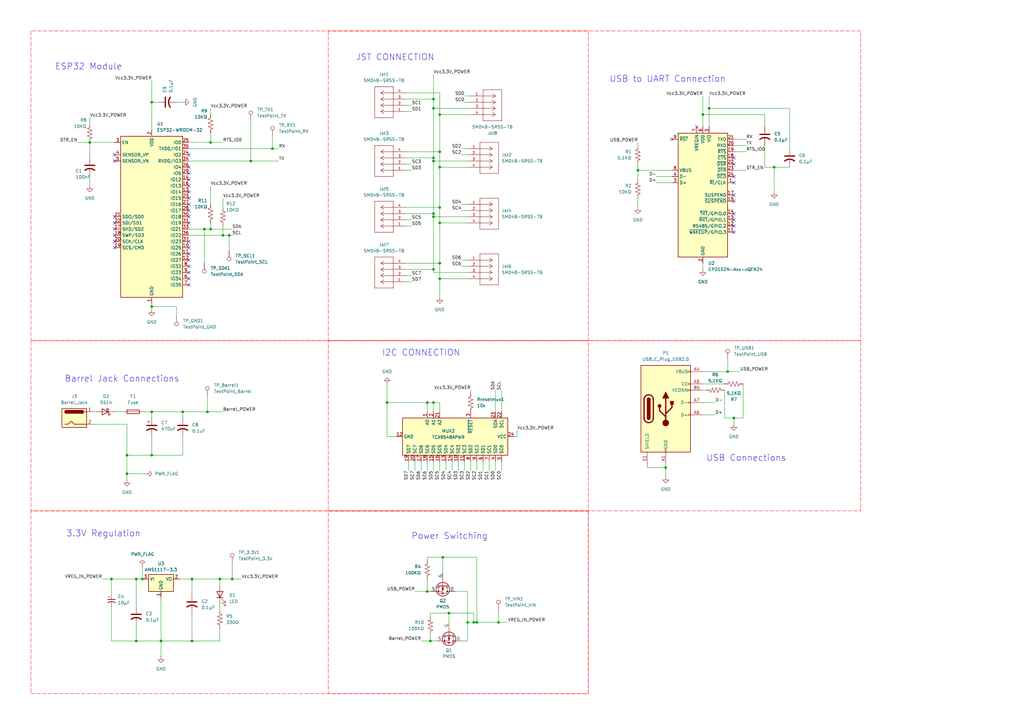
<source format=kicad_sch>
(kicad_sch (version 20250114) (generator "eeschema") (generator_version "9.0")
  (paper "A3")
  (text "I2C CONNECTION\n" (at 172.72 144.78 0) (effects (font (size 2.54 2.54))))
  (text "Power Switching" (at 184.404 219.964 0) (effects (font (size 2.54 2.54))))
  (text "ESP32 Module" (at 36.322 27.432 0) (effects (font (size 2.54 2.54))))
  (text "USB Connections" (at 306.07 187.96 0) (effects (font (size 2.54 2.54))))
  (text "JST CONNECTION\n" (at 162.052 23.622 0) (effects (font (size 2.54 2.54))))
  (text "Barrel Jack Connections" (at 50.038 155.448 0) (effects (font (size 2.54 2.54))))
  (text "3.3V Regulation" (at 42.418 218.948 0) (effects (font (size 2.54 2.54))))
  (text "USB to UART Connection" (at 273.812 32.512 0) (effects (font (size 2.54 2.54))))
  (junction (at 175.26 165.1))
  (junction (at 85.09 168.91))
  (junction (at 288.29 46.99))
  (junction (at 195.58 255.27))
  (junction (at 62.23 125.73))
  (junction (at 180.34 85.09))
  (junction (at 184.15 251.46))
  (junction (at 58.42 237.49))
  (junction (at 36.83 58.42))
  (junction (at 66.04 262.89))
  (junction (at 204.47 255.27))
  (junction (at 176.53 262.89))
  (junction (at 158.75 165.1))
  (junction (at 180.34 107.95))
  (junction (at 180.34 68.58))
  (junction (at 86.36 58.42))
  (junction (at 93.98 96.52))
  (junction (at 177.8 87.63))
  (junction (at 180.34 62.23))
  (junction (at 111.76 60.96))
  (junction (at 175.26 242.57))
  (junction (at 90.17 237.49))
  (junction (at 55.88 237.49))
  (junction (at 180.34 91.44))
  (junction (at 261.62 69.85))
  (junction (at 180.34 114.3))
  (junction (at 317.5 68.58))
  (junction (at 78.74 262.89))
  (junction (at 102.87 66.04))
  (junction (at 95.25 237.49))
  (junction (at 177.8 165.1))
  (junction (at 298.45 152.4))
  (junction (at 83.82 93.98))
  (junction (at 177.8 88.9))
  (junction (at 45.72 237.49))
  (junction (at 52.07 186.69))
  (junction (at 52.07 194.31))
  (junction (at 78.74 237.49))
  (junction (at 194.31 255.27))
  (junction (at 180.34 46.99))
  (junction (at 177.8 40.64))
  (junction (at 91.44 96.52))
  (junction (at 177.8 64.77))
  (junction (at 86.36 93.98))
  (junction (at 62.23 168.91))
  (junction (at 55.88 262.89))
  (junction (at 74.93 168.91))
  (junction (at 177.8 44.45))
  (junction (at 191.77 255.27))
  (junction (at 177.8 110.49))
  (junction (at 62.23 41.91))
  (junction (at 177.8 66.04))
  (junction (at 300.99 171.45))
  (junction (at 290.83 44.45))
  (junction (at 181.61 228.6))
  (junction (at 62.23 186.69))
  (junction (at 273.05 191.77))
  (no_connect (at 46.99 88.9))
  (no_connect (at 77.47 71.12))
  (no_connect (at 77.47 81.28))
  (no_connect (at 46.99 99.06))
  (no_connect (at 300.99 80.01))
  (no_connect (at 275.59 57.15))
  (no_connect (at 77.47 101.6))
  (no_connect (at 46.99 91.44))
  (no_connect (at 77.47 114.3))
  (no_connect (at 300.99 92.71))
  (no_connect (at 77.47 83.82))
  (no_connect (at 77.47 88.9))
  (no_connect (at 77.47 73.66))
  (no_connect (at 46.99 63.5))
  (no_connect (at 300.99 64.77))
  (no_connect (at 300.99 95.25))
  (no_connect (at 300.99 90.17))
  (no_connect (at 77.47 111.76))
  (no_connect (at 300.99 82.55))
  (no_connect (at 46.99 66.04))
  (no_connect (at 77.47 78.74))
  (no_connect (at 77.47 76.2))
  (no_connect (at 46.99 96.52))
  (no_connect (at 77.47 91.44))
  (no_connect (at 46.99 101.6))
  (no_connect (at 77.47 116.84))
  (no_connect (at 300.99 87.63))
  (no_connect (at 77.47 109.22))
  (no_connect (at 77.47 99.06))
  (no_connect (at 77.47 104.14))
  (no_connect (at 46.99 93.98))
  (no_connect (at 300.99 72.39))
  (no_connect (at 77.47 68.58))
  (no_connect (at 77.47 86.36))
  (no_connect (at 300.99 74.93))
  (no_connect (at 285.75 52.07))
  (no_connect (at 77.47 106.68))
  (no_connect (at 77.47 63.5))
  (no_connect (at 300.99 67.31))
  (wire (pts (xy 52.07 186.69) (xy 62.23 186.69)))
  (wire (pts (xy 90.17 240.03) (xy 90.17 237.49)))
  (wire (pts (xy 288.29 165.1) (xy 293.37 165.1)))
  (wire (pts (xy 288.29 160.02) (xy 289.56 160.02)))
  (wire (pts (xy 175.26 165.1) (xy 177.8 165.1)))
  (wire (pts (xy 78.74 243.84) (xy 78.74 237.49)))
  (wire (pts (xy 193.04 41.91) (xy 190.5 41.91)))
  (wire (pts (xy 86.36 58.42) (xy 91.44 58.42)))
  (wire (pts (xy 184.15 251.46) (xy 194.31 251.46)))
  (wire (pts (xy 45.72 262.89) (xy 55.88 262.89)))
  (wire (pts (xy 166.37 92.71) (xy 168.91 92.71)))
  (wire (pts (xy 313.69 52.07) (xy 313.69 46.99)))
  (wire (pts (xy 203.2 189.23) (xy 203.2 193.04)))
  (wire (pts (xy 323.85 68.58) (xy 317.5 68.58)))
  (wire (pts (xy 166.37 40.64) (xy 177.8 40.64)))
  (wire (pts (xy 166.37 113.03) (xy 168.91 113.03)))
  (wire (pts (xy 177.8 66.04) (xy 177.8 87.63)))
  (wire (pts (xy 45.72 237.49) (xy 45.72 243.84)))
  (wire (pts (xy 62.23 168.91) (xy 62.23 171.45)))
  (wire (pts (xy 111.76 55.88) (xy 111.76 60.96)))
  (wire (pts (xy 194.31 255.27) (xy 195.58 255.27)))
  (wire (pts (xy 298.45 152.4) (xy 303.53 152.4)))
  (wire (pts (xy 177.8 44.45) (xy 177.8 64.77)))
  (wire (pts (xy 166.37 43.18) (xy 168.91 43.18)))
  (wire (pts (xy 177.8 189.23) (xy 177.8 193.04)))
  (wire (pts (xy 210.82 179.07) (xy 212.09 179.07)))
  (wire (pts (xy 176.53 260.35) (xy 176.53 262.89)))
  (wire (pts (xy 290.83 44.45) (xy 290.83 52.07)))
  (wire (pts (xy 288.29 170.18) (xy 293.37 170.18)))
  (wire (pts (xy 191.77 68.58) (xy 180.34 68.58)))
  (wire (pts (xy 74.93 171.45) (xy 74.93 168.91)))
  (wire (pts (xy 36.83 58.42) (xy 46.99 58.42)))
  (wire (pts (xy 102.87 66.04) (xy 114.3 66.04)))
  (wire (pts (xy 166.37 90.17) (xy 168.91 90.17)))
  (wire (pts (xy 195.58 189.23) (xy 195.58 193.04)))
  (wire (pts (xy 166.37 45.72) (xy 168.91 45.72)))
  (wire (pts (xy 55.88 237.49) (xy 58.42 237.49)))
  (wire (pts (xy 273.05 191.77) (xy 273.05 195.58)))
  (wire (pts (xy 288.29 39.37) (xy 288.29 46.99)))
  (wire (pts (xy 90.17 257.81) (xy 90.17 262.89)))
  (wire (pts (xy 102.87 49.53) (xy 102.87 66.04)))
  (wire (pts (xy 180.34 91.44) (xy 180.34 107.95)))
  (wire (pts (xy 288.29 157.48) (xy 297.18 157.48)))
  (wire (pts (xy 93.98 96.52) (xy 95.25 96.52)))
  (wire (pts (xy 158.75 157.48) (xy 158.75 165.1)))
  (wire (pts (xy 193.04 39.37) (xy 190.5 39.37)))
  (wire (pts (xy 323.85 60.96) (xy 323.85 44.45)))
  (wire (pts (xy 52.07 194.31) (xy 52.07 196.85)))
  (wire (pts (xy 298.45 147.32) (xy 298.45 152.4)))
  (wire (pts (xy 90.17 262.89) (xy 78.74 262.89)))
  (wire (pts (xy 189.23 63.5) (xy 191.77 63.5)))
  (wire (pts (xy 177.8 87.63) (xy 177.8 88.9)))
  (wire (pts (xy 297.18 160.02) (xy 297.18 171.45)))
  (wire (pts (xy 62.23 33.02) (xy 62.23 41.91)))
  (wire (pts (xy 200.66 189.23) (xy 200.66 193.04)))
  (wire (pts (xy 189.23 106.68) (xy 191.77 106.68)))
  (wire (pts (xy 191.77 114.3) (xy 180.34 114.3)))
  (wire (pts (xy 193.04 189.23) (xy 193.04 193.04)))
  (wire (pts (xy 290.83 39.37) (xy 290.83 44.45)))
  (wire (pts (xy 177.8 40.64) (xy 177.8 44.45)))
  (wire (pts (xy 38.1 173.99) (xy 52.07 173.99)))
  (wire (pts (xy 304.8 171.45) (xy 300.99 171.45)))
  (wire (pts (xy 170.18 242.57) (xy 175.26 242.57)))
  (wire (pts (xy 36.83 58.42) (xy 36.83 64.77)))
  (wire (pts (xy 166.37 64.77) (xy 177.8 64.77)))
  (wire (pts (xy 172.72 189.23) (xy 172.72 193.04)))
  (wire (pts (xy 198.12 189.23) (xy 198.12 193.04)))
  (wire (pts (xy 166.37 69.85) (xy 168.91 69.85)))
  (wire (pts (xy 177.8 165.1) (xy 177.8 168.91)))
  (wire (pts (xy 189.23 262.89) (xy 191.77 262.89)))
  (wire (pts (xy 177.8 165.1) (xy 180.34 165.1)))
  (wire (pts (xy 62.23 125.73) (xy 62.23 127)))
  (wire (pts (xy 195.58 255.27) (xy 204.47 255.27)))
  (wire (pts (xy 204.47 250.19) (xy 204.47 255.27)))
  (wire (pts (xy 77.47 58.42) (xy 86.36 58.42)))
  (wire (pts (xy 195.58 228.6) (xy 195.58 255.27)))
  (wire (pts (xy 86.36 91.44) (xy 86.36 93.98)))
  (wire (pts (xy 177.8 64.77) (xy 177.8 66.04)))
  (wire (pts (xy 189.23 86.36) (xy 191.77 86.36)))
  (wire (pts (xy 62.23 179.07) (xy 62.23 186.69)))
  (wire (pts (xy 45.72 237.49) (xy 55.88 237.49)))
  (wire (pts (xy 177.8 110.49) (xy 177.8 88.9)))
  (wire (pts (xy 205.74 189.23) (xy 205.74 193.04)))
  (wire (pts (xy 78.74 262.89) (xy 66.04 262.89)))
  (wire (pts (xy 31.75 58.42) (xy 36.83 58.42)))
  (wire (pts (xy 180.34 68.58) (xy 180.34 85.09)))
  (wire (pts (xy 193.04 44.45) (xy 177.8 44.45)))
  (wire (pts (xy 158.75 165.1) (xy 175.26 165.1)))
  (wire (pts (xy 95.25 231.14) (xy 95.25 237.49)))
  (wire (pts (xy 317.5 68.58) (xy 317.5 78.74)))
  (wire (pts (xy 66.04 245.11) (xy 66.04 262.89)))
  (wire (pts (xy 288.29 152.4) (xy 298.45 152.4)))
  (wire (pts (xy 182.88 189.23) (xy 182.88 193.04)))
  (wire (pts (xy 269.24 72.39) (xy 275.59 72.39)))
  (wire (pts (xy 297.18 171.45) (xy 300.99 171.45)))
  (wire (pts (xy 158.75 165.1) (xy 158.75 179.07)))
  (wire (pts (xy 273.05 190.5) (xy 273.05 191.77)))
  (wire (pts (xy 95.25 237.49) (xy 99.06 237.49)))
  (wire (pts (xy 175.26 229.87) (xy 175.26 228.6)))
  (wire (pts (xy 180.34 114.3) (xy 180.34 121.92)))
  (wire (pts (xy 175.26 242.57) (xy 176.53 242.57)))
  (wire (pts (xy 181.61 228.6) (xy 195.58 228.6)))
  (wire (pts (xy 170.18 189.23) (xy 170.18 193.04)))
  (wire (pts (xy 86.36 93.98) (xy 95.25 93.98)))
  (wire (pts (xy 265.43 191.77) (xy 273.05 191.77)))
  (wire (pts (xy 180.34 38.1) (xy 180.34 46.99)))
  (wire (pts (xy 66.04 262.89) (xy 66.04 269.24)))
  (wire (pts (xy 189.23 83.82) (xy 191.77 83.82)))
  (wire (pts (xy 36.83 72.39) (xy 36.83 76.2)))
  (wire (pts (xy 172.72 262.89) (xy 176.53 262.89)))
  (wire (pts (xy 181.61 234.95) (xy 181.61 228.6)))
  (wire (pts (xy 261.62 69.85) (xy 275.59 69.85)))
  (wire (pts (xy 300.99 69.85) (xy 306.07 69.85)))
  (wire (pts (xy 180.34 62.23) (xy 180.34 68.58)))
  (wire (pts (xy 300.99 57.15) (xy 306.07 57.15)))
  (wire (pts (xy 93.98 96.52) (xy 93.98 102.87)))
  (wire (pts (xy 166.37 87.63) (xy 177.8 87.63)))
  (wire (pts (xy 52.07 194.31) (xy 59.69 194.31)))
  (wire (pts (xy 74.93 168.91) (xy 62.23 168.91)))
  (wire (pts (xy 191.77 255.27) (xy 194.31 255.27)))
  (wire (pts (xy 204.47 255.27) (xy 208.28 255.27)))
  (wire (pts (xy 58.42 168.91) (xy 62.23 168.91)))
  (wire (pts (xy 193.04 160.02) (xy 193.04 161.29)))
  (wire (pts (xy 191.77 111.76) (xy 177.8 111.76)))
  (wire (pts (xy 176.53 262.89) (xy 179.07 262.89)))
  (wire (pts (xy 191.77 88.9) (xy 177.8 88.9)))
  (wire (pts (xy 166.37 107.95) (xy 180.34 107.95)))
  (wire (pts (xy 62.23 124.46) (xy 62.23 125.73)))
  (wire (pts (xy 175.26 228.6) (xy 181.61 228.6)))
  (wire (pts (xy 91.44 81.28) (xy 91.44 85.09)))
  (wire (pts (xy 90.17 237.49) (xy 78.74 237.49)))
  (wire (pts (xy 194.31 251.46) (xy 194.31 255.27)))
  (wire (pts (xy 185.42 189.23) (xy 185.42 193.04)))
  (wire (pts (xy 304.8 157.48) (xy 304.8 171.45)))
  (wire (pts (xy 62.23 186.69) (xy 74.93 186.69)))
  (wire (pts (xy 180.34 168.91) (xy 180.34 165.1)))
  (wire (pts (xy 86.36 76.2) (xy 86.36 83.82)))
  (wire (pts (xy 85.09 168.91) (xy 91.44 168.91)))
  (wire (pts (xy 300.99 62.23) (xy 306.07 62.23)))
  (wire (pts (xy 180.34 189.23) (xy 180.34 193.04)))
  (wire (pts (xy 55.88 256.54) (xy 55.88 262.89)))
  (wire (pts (xy 77.47 60.96) (xy 111.76 60.96)))
  (wire (pts (xy 175.26 237.49) (xy 175.26 242.57)))
  (wire (pts (xy 90.17 247.65) (xy 90.17 250.19)))
  (wire (pts (xy 58.42 232.41) (xy 58.42 237.49)))
  (wire (pts (xy 78.74 237.49) (xy 73.66 237.49)))
  (wire (pts (xy 41.91 237.49) (xy 45.72 237.49)))
  (wire (pts (xy 91.44 96.52) (xy 93.98 96.52)))
  (wire (pts (xy 52.07 173.99) (xy 52.07 186.69)))
  (wire (pts (xy 166.37 85.09) (xy 180.34 85.09)))
  (wire (pts (xy 323.85 44.45) (xy 290.83 44.45)))
  (wire (pts (xy 288.29 107.95) (xy 288.29 110.49)))
  (wire (pts (xy 175.26 168.91) (xy 175.26 165.1)))
  (wire (pts (xy 166.37 62.23) (xy 180.34 62.23)))
  (wire (pts (xy 55.88 237.49) (xy 55.88 248.92)))
  (wire (pts (xy 166.37 110.49) (xy 177.8 110.49)))
  (wire (pts (xy 269.24 74.93) (xy 275.59 74.93)))
  (wire (pts (xy 189.23 109.22) (xy 191.77 109.22)))
  (wire (pts (xy 77.47 66.04) (xy 102.87 66.04)))
  (wire (pts (xy 36.83 48.26) (xy 36.83 50.8)))
  (wire (pts (xy 86.36 44.45) (xy 86.36 46.99)))
  (wire (pts (xy 180.34 85.09) (xy 180.34 91.44)))
  (wire (pts (xy 85.09 162.56) (xy 85.09 168.91)))
  (wire (pts (xy 261.62 67.31) (xy 261.62 69.85)))
  (wire (pts (xy 261.62 81.28) (xy 261.62 85.09)))
  (wire (pts (xy 176.53 251.46) (xy 184.15 251.46)))
  (wire (pts (xy 203.2 160.02) (xy 203.2 168.91)))
  (wire (pts (xy 191.77 91.44) (xy 180.34 91.44)))
  (wire (pts (xy 313.69 59.69) (xy 313.69 68.58)))
  (wire (pts (xy 180.34 46.99) (xy 193.04 46.99)))
  (wire (pts (xy 62.23 41.91) (xy 62.23 53.34)))
  (wire (pts (xy 300.99 59.69) (xy 306.07 59.69)))
  (wire (pts (xy 313.69 68.58) (xy 317.5 68.58)))
  (wire (pts (xy 184.15 255.27) (xy 184.15 251.46)))
  (wire (pts (xy 187.96 189.23) (xy 187.96 193.04)))
  (wire (pts (xy 72.39 125.73) (xy 62.23 125.73)))
  (wire (pts (xy 83.82 107.95) (xy 83.82 93.98)))
  (wire (pts (xy 288.29 46.99) (xy 288.29 52.07)))
  (wire (pts (xy 52.07 186.69) (xy 52.07 194.31)))
  (wire (pts (xy 180.34 107.95) (xy 180.34 114.3)))
  (wire (pts (xy 166.37 115.57) (xy 168.91 115.57)))
  (wire (pts (xy 205.74 160.02) (xy 205.74 168.91)))
  (wire (pts (xy 180.34 46.99) (xy 180.34 62.23)))
  (wire (pts (xy 90.17 237.49) (xy 95.25 237.49)))
  (wire (pts (xy 313.69 46.99) (xy 288.29 46.99)))
  (wire (pts (xy 78.74 251.46) (xy 78.74 262.89)))
  (wire (pts (xy 265.43 190.5) (xy 265.43 191.77)))
  (wire (pts (xy 191.77 66.04) (xy 177.8 66.04)))
  (wire (pts (xy 176.53 252.73) (xy 176.53 251.46)))
  (wire (pts (xy 212.09 176.53) (xy 212.09 179.07)))
  (wire (pts (xy 175.26 189.23) (xy 175.26 193.04)))
  (wire (pts (xy 46.99 168.91) (xy 50.8 168.91)))
  (wire (pts (xy 77.47 96.52) (xy 91.44 96.52)))
  (wire (pts (xy 177.8 111.76) (xy 177.8 110.49)))
  (wire (pts (xy 191.77 262.89) (xy 191.77 255.27)))
  (wire (pts (xy 55.88 262.89) (xy 66.04 262.89)))
  (wire (pts (xy 74.93 179.07) (xy 74.93 186.69)))
  (wire (pts (xy 166.37 67.31) (xy 168.91 67.31)))
  (wire (pts (xy 158.75 179.07) (xy 162.56 179.07)))
  (wire (pts (xy 45.72 248.92) (xy 45.72 262.89)))
  (wire (pts (xy 190.5 189.23) (xy 190.5 193.04)))
  (wire (pts (xy 86.36 54.61) (xy 86.36 58.42)))
  (wire (pts (xy 300.99 171.45) (xy 300.99 173.99)))
  (wire (pts (xy 177.8 30.48) (xy 177.8 40.64)))
  (wire (pts (xy 261.62 69.85) (xy 261.62 73.66)))
  (wire (pts (xy 167.64 189.23) (xy 167.64 193.04)))
  (wire (pts (xy 72.39 41.91) (xy 74.93 41.91)))
  (wire (pts (xy 83.82 93.98) (xy 86.36 93.98)))
  (wire (pts (xy 77.47 93.98) (xy 83.82 93.98)))
  (wire (pts (xy 91.44 92.71) (xy 91.44 96.52)))
  (wire (pts (xy 62.23 41.91) (xy 64.77 41.91)))
  (wire (pts (xy 38.1 168.91) (xy 39.37 168.91)))
  (wire (pts (xy 261.62 58.42) (xy 261.62 59.69)))
  (wire (pts (xy 189.23 60.96) (xy 191.77 60.96)))
  (wire (pts (xy 74.93 168.91) (xy 85.09 168.91)))
  (wire (pts (xy 111.76 60.96) (xy 114.3 60.96)))
  (wire (pts (xy 72.39 129.54) (xy 72.39 125.73)))
  (wire (pts (xy 191.77 242.57) (xy 186.69 242.57)))
  (wire (pts (xy 166.37 38.1) (xy 180.34 38.1)))
  (wire (pts (xy 191.77 242.57) (xy 191.77 255.27)))
  (label "USB_POWER" (at 261.62 58.42 180))
  (label "Vcc3.3V_POWER" (at 212.09 176.53 0))
  (label "Barrel_POWER" (at 172.72 262.89 180))
  (label "VREG_IN_POWER" (at 41.91 237.49 180))
  (label "Vcc3.3V_POWER" (at 86.36 44.45 0))
  (label "VREG_IN_POWER" (at 208.28 255.27 0))
  (label "DTR_EN" (at 306.07 69.85 0))
  (label "SC2" (at 189.23 63.5 180))
  (label "D-" (at 293.37 165.1 0))
  (label "DTR_EN" (at 31.75 58.42 180))
  (label "D+" (at 269.24 74.93 180))
  (label "SC6" (at 175.26 193.04 270))
  (label "SC6" (at 189.23 109.22 180))
  (label "TX" (at 114.3 66.04 0))
  (label "SD2" (at 189.23 60.96 180))
  (label "D+" (at 293.37 170.18 0))
  (label "Vcc3.3V_POWER" (at 177.8 30.48 0))
  (label "SC5" (at 180.34 193.04 270))
  (label "SD6" (at 172.72 193.04 270))
  (label "USB_POWER" (at 170.18 242.57 180))
  (label "SD4" (at 189.23 83.82 180))
  (label "SCL" (at 95.25 96.52 0))
  (label "SDA" (at 95.25 93.98 0))
  (label "RX" (at 306.07 57.15 0))
  (label "TX" (at 306.07 59.69 0))
  (label "SD0" (at 190.5 39.37 180))
  (label "Vcc3.3V_POWER" (at 290.83 39.37 0))
  (label "SC3" (at 168.91 67.31 0))
  (label "SD7" (at 167.64 193.04 270))
  (label "SC5" (at 168.91 90.17 0))
  (label "Vcc3.3V_POWER" (at 86.36 76.2 0))
  (label "SCL" (at 205.74 160.02 90))
  (label "Vcc3.3V_POWER" (at 91.44 81.28 0))
  (label "SD4" (at 182.88 193.04 270))
  (label "SC1" (at 200.66 193.04 270))
  (label "Vcc3.3V_POWER" (at 62.23 33.02 180))
  (label "SC0" (at 205.74 193.04 270))
  (label "Barrel_POWER" (at 91.44 168.91 0))
  (label "SD5" (at 177.8 193.04 270))
  (label "D-" (at 269.24 72.39 180))
  (label "Vcc3.3V_POWER" (at 36.83 48.26 0))
  (label "SD5" (at 168.91 92.71 0))
  (label "SC0" (at 190.5 41.91 180))
  (label "Vcc3.3V_POWER" (at 99.06 237.49 0))
  (label "SD6" (at 189.23 106.68 180))
  (label "RX" (at 114.3 60.96 0))
  (label "SC1" (at 168.91 43.18 0))
  (label "SD1" (at 198.12 193.04 270))
  (label "SC4" (at 185.42 193.04 270))
  (label "SC3" (at 190.5 193.04 270))
  (label "Vcc3.3V_POWER" (at 193.04 160.02 180))
  (label "SD3" (at 168.91 69.85 0))
  (label "USB_POWER" (at 303.53 152.4 0))
  (label "SC7" (at 170.18 193.04 270))
  (label "SC4" (at 189.23 86.36 180))
  (label "SD7" (at 168.91 115.57 0))
  (label "SC2" (at 195.58 193.04 270))
  (label "SDA" (at 203.2 160.02 90))
  (label "SD2" (at 193.04 193.04 270))
  (label "RTS_IO0" (at 91.44 58.42 0))
  (label "SD1" (at 168.91 45.72 0))
  (label "SD0" (at 203.2 193.04 270))
  (label "Vcc3.3V_POWER" (at 288.29 39.37 180))
  (label "SD3" (at 187.96 193.04 270))
  (label "SC7" (at 168.91 113.03 0))
  (label "RTS_IO0" (at 306.07 62.23 0))
  (rule_area (polyline (pts (xy 241.3 209.55) (xy 134.62 209.55) (xy 134.62 284.48) (xy 241.3 284.48)) (stroke (width 0) (type dash))))
  (rule_area (polyline (pts (xy 134.62 12.7) (xy 134.62 139.7) (xy 241.3 139.7) (xy 241.3 12.7)) (stroke (width 0) (type dash))))
  (rule_area (polyline (pts (xy 12.7 12.7) (xy 12.7 139.7) (xy 353.06 139.7) (xy 353.06 12.7)) (stroke (width 0) (type dash))))
  (rule_area (polyline (pts (xy 353.06 139.7) (xy 12.7 139.7) (xy 12.7 209.55) (xy 353.06 209.55)) (stroke (width 0) (type dash))))
  (rule_area (polyline (pts (xy 241.3 209.55) (xy 241.3 284.48) (xy 12.7 284.48) (xy 12.7 209.55)) (stroke (width 0) (type dash))))
  (rule_area (polyline (pts (xy 134.62 139.7) (xy 241.3 139.7) (xy 241.3 209.55) (xy 134.62 209.55)) (stroke (width 0) (type dash))))
  (symbol (lib_id "Device:C_Polarized_US") (at 62.23 175.26 0) (unit 1)
    (property "Reference" "C7" (at 66.04 173.3549 0) (effects (justify left)))
    (property "Value" "470uF" (at 66.04 175.8949 0) (effects (justify left)))
    (property "Footprint" "Capacitor_Tantalum_SMD:CP_EIA-1608-10_AVX-L" (effects (hide yes)))
    (property "Description" "Polarized capacitor, US symbol" (effects (hide yes)))
  )
  (symbol (lib_id "Interface_Expansion:TCA9548APWR") (at 187.96 179.07 270) (unit 1)
    (property "Reference" "MUX2" (at 183.896 176.784 90))
    (property "Value" "TCA9548APWR" (at 183.896 179.324 90))
    (property "Footprint" "Package_SO:TSSOP-24_4.4x7.8mm_P0.65mm" (effects (hide yes)))
    (property "Datasheet" "http://www.ti.com/lit/ds/symlink/tca9548a.pdf" (effects (hide yes)))
    (property "Description" "Low voltage 8-channel I2C switch with reset, TSSOP-24" (effects (hide yes)))
  )
  (symbol (lib_id "Device:R_US") (at 91.44 88.9 0) (unit 1)
    (property "Reference" "R12" (at 92.71 83.566 0) (effects (justify left)))
    (property "Value" "10KΩ" (at 92.71 86.106 0) (effects (justify left)))
    (property "Footprint" "Resistor_SMD:R_0201_0603Metric" (effects (hide yes)))
    (property "Description" "Resistor, US symbol" (effects (hide yes)))
  )
  (symbol (lib_id "power:GND") (at 66.04 269.24 0) (unit 1)
    (property "Reference" "#PWR04" (effects (hide yes)))
    (property "Value" "GND" (at 66.04 274.32 0))
    (property "Description" "Power symbol creates a global label with name \"GND\" , ground" (effects (hide yes)))
  )
  (symbol (lib_id "Regulator_Linear:AMS1117-3.3") (at 66.04 237.49 0) (unit 1)
    (property "Reference" "U3" (at 66.04 231.14 0))
    (property "Value" "AMS1117-3.3" (at 66.04 233.68 0))
    (property "Footprint" "Package_TO_SOT_SMD:SOT-223-3_TabPin2" (effects (hide yes)))
    (property "Datasheet" "http://www.advanced-monolithic.com/pdf/ds1117.pdf" (effects (hide yes)))
    (property "Description" "1A Low Dropout regulator, positive, 3.3V fixed output, SOT-223" (effects (hide yes)))
  )
  (symbol (lib_id "Simulation_SPICE:PMOS") (at 184.15 260.35 270) (unit 1)
    (property "Reference" "Q1" (at 184.15 266.7 90))
    (property "Value" "PMOS" (at 184.15 269.24 90))
    (property "Footprint" "Package_TO_SOT_SMD:SuperSOT-3" (effects (hide yes)))
    (property "Datasheet" "https://ngspice.sourceforge.io/docs/ngspice-html-manual/manual.xhtml#cha_MOSFETs" (effects (hide yes)))
    (property "Description" "P-MOSFET transistor, drain/source/gate" (effects (hide yes)))
    (property "Sim.Device" "PMOS" (effects (hide yes)))
    (property "Sim.Type" "VDMOS" (effects (hide yes)))
    (property "Sim.Pins" "1=D 2=G 3=S" (effects (hide yes)))
  )
  (symbol (lib_id "Device:C_US") (at 78.74 247.65 0) (unit 1)
    (property "Reference" "C2" (at 82.55 246.6339 0) (effects (justify left)))
    (property "Value" "0.1µF" (at 82.55 249.1739 0) (effects (justify left)))
    (property "Footprint" "Capacitor_Tantalum_SMD:CP_EIA-1608-10_AVX-L" (effects (hide yes)))
    (property "Description" "capacitor, US symbol" (effects (hide yes)))
  )
  (symbol (lib_id "Device:R_US") (at 261.62 77.47 0) (mirror x) (unit 1)
    (property "Reference" "R2" (at 259.08 76.1999 0) (effects (justify right)))
    (property "Value" "10KΩ" (at 259.08 78.7399 0) (effects (justify right)))
    (property "Footprint" "Resistor_SMD:R_0201_0603Metric" (effects (hide yes)))
    (property "Description" "Resistor, US symbol" (effects (hide yes)))
  )
  (symbol (lib_id "power:GND") (at 261.62 85.09 0) (unit 1)
    (property "Reference" "#PWR09" (effects (hide yes)))
    (property "Value" "GND" (at 261.62 90.17 0))
    (property "Description" "Power symbol creates a global label with name \"GND\" , ground" (effects (hide yes)))
  )
  (symbol (lib_id "Device:C_Polarized_Small_US") (at 45.72 246.38 0) (unit 1)
    (property "Reference" "C4" (at 48.26 244.6781 0) (effects (justify left)))
    (property "Value" "10µF" (at 48.26 247.2181 0) (effects (justify left)))
    (property "Footprint" "Capacitor_Tantalum_SMD:CP_EIA-1608-10_AVX-L" (effects (hide yes)))
    (property "Description" "Polarized capacitor, small US symbol" (effects (hide yes)))
  )
  (symbol (lib_id "power:GND") (at 317.5 78.74 0) (unit 1)
    (property "Reference" "#PWR03" (effects (hide yes)))
    (property "Value" "GND" (at 317.5 83.82 0))
    (property "Description" "Power symbol creates a global label with name \"GND\" , ground" (effects (hide yes)))
  )
  (symbol (lib_id "Interface_USB:CP2102N-Axx-xQFN24") (at 288.29 80.01 0) (unit 1)
    (property "Reference" "U2" (at 290.4333 107.95 0) (effects (justify left)))
    (property "Value" "CP2102N-Axx-xQFN24" (at 290.4333 110.49 0) (effects (justify left)))
    (property "Footprint" "Package_DFN_QFN:QFN-24-1EP_4x4mm_P0.5mm_EP2.6x2.6mm" (effects (hide yes)))
    (property "Datasheet" "https://www.silabs.com/documents/public/data-sheets/cp2102n-datasheet.pdf" (effects (hide yes)))
    (property "Description" "USB to UART master bridge, QFN-24" (effects (hide yes)))
  )
  (symbol (lib_id "Device:R_US") (at 90.17 254 0) (unit 1)
    (property "Reference" "R5" (at 92.71 252.7299 0) (effects (justify left)))
    (property "Value" "330Ω" (at 92.71 255.2699 0) (effects (justify left)))
    (property "Footprint" "Resistor_SMD:R_0201_0603Metric" (effects (hide yes)))
    (property "Description" "Resistor, US symbol" (effects (hide yes)))
  )
  (symbol (lib_id "Device:R_US") (at 36.83 54.61 0) (mirror y) (unit 1)
    (property "Reference" "R8" (at 35.56 49.276 0) (effects (justify left)))
    (property "Value" "10KΩ" (at 35.56 51.816 0) (effects (justify left)))
    (property "Footprint" "Resistor_SMD:R_0201_0603Metric" (effects (hide yes)))
    (property "Description" "Resistor, US symbol" (effects (hide yes)))
  )
  (symbol (lib_id "power:GND") (at 74.93 41.91 90) (unit 1)
    (property "Reference" "#PWR08" (effects (hide yes)))
    (property "Value" "GND" (at 80.01 41.91 0))
    (property "Description" "Power symbol creates a global label with name \"GND\" , ground" (effects (hide yes)))
  )
  (symbol (lib_id "power:PWR_FLAG") (at 58.42 232.41 0) (unit 1)
    (property "Reference" "#FLG01" (effects (hide yes)))
    (property "Value" "PWR_FLAG" (at 58.42 227.33 0))
    (property "Description" "Special symbol for telling ERC where power comes from" (effects (hide yes)))
  )
  (symbol (lib_id "Device:R_US") (at 176.53 256.54 0) (mirror y) (unit 1)
    (property "Reference" "R10" (at 173.99 255.2699 0) (effects (justify left)))
    (property "Value" "100KΩ" (at 173.99 257.8099 0) (effects (justify left)))
    (property "Footprint" "Resistor_SMD:R_0201_0603Metric" (effects (hide yes)))
    (property "Description" "Resistor, US symbol" (effects (hide yes)))
  )
  (symbol (lib_id "Device:Fuse") (at 54.61 168.91 90) (unit 1)
    (property "Reference" "F1" (at 54.61 162.56 90))
    (property "Value" "Fuse" (at 54.61 165.1 90))
    (property "Footprint" "Fuse:Fuse_0603_1608Metric" (effects (hide yes)))
    (property "Description" "Fuse" (effects (hide yes)))
  )
  (symbol (lib_id "Device:C_US") (at 323.85 64.77 0) (unit 1)
    (property "Reference" "C6" (at 327.66 63.7539 0) (effects (justify left)))
    (property "Value" "0.1µF" (at 327.66 66.2939 0) (effects (justify left)))
    (property "Footprint" "Capacitor_Tantalum_SMD:CP_EIA-1608-10_AVX-L" (effects (hide yes)))
    (property "Description" "capacitor, US symbol" (effects (hide yes)))
  )
  (symbol (lib_id "power:GND") (at 180.34 121.92 0) (unit 1)
    (property "Reference" "#PWR014" (effects (hide yes)))
    (property "Value" "GND" (at 180.34 127 0))
    (property "Description" "Power symbol creates a global label with name \"GND\" , ground" (effects (hide yes)))
  )
  (symbol (lib_id "Simulation_SPICE:PMOS") (at 181.61 240.03 270) (unit 1)
    (property "Reference" "Q2" (at 181.61 246.38 90))
    (property "Value" "PMOS" (at 181.61 248.92 90))
    (property "Footprint" "Package_TO_SOT_SMD:SuperSOT-3" (effects (hide yes)))
    (property "Datasheet" "https://ngspice.sourceforge.io/docs/ngspice-html-manual/manual.xhtml#cha_MOSFETs" (effects (hide yes)))
    (property "Description" "P-MOSFET transistor, drain/source/gate" (effects (hide yes)))
    (property "Sim.Device" "PMOS" (effects (hide yes)))
    (property "Sim.Type" "VDMOS" (effects (hide yes)))
    (property "Sim.Pins" "1=D 2=G 3=S" (effects (hide yes)))
  )
  (symbol (lib_id "Connector:TestPoint") (at 204.47 250.19 0) (unit 1)
    (property "Reference" "TP_VIN1" (at 207.01 245.6179 0) (effects (justify left)))
    (property "Value" "TestPoint_VIN" (at 207.01 248.1579 0) (effects (justify left)))
    (property "Footprint" "TestPoint:TestPoint_Bridge_Pitch2.0mm_Drill0.7mm" (effects (hide yes)))
    (property "Description" "test point" (effects (hide yes)))
  )
  (symbol (lib_id "4_Pin_JST:SM04B-SRSS-TB") (at 191.77 60.96 0) (unit 1)
    (property "Reference" "Jst2" (at 205.74 63.4999 0) (effects (justify left)))
    (property "Value" "SM04B-SRSS-TB" (at 205.74 66.0399 0) (effects (justify left)))
    (property "Footprint" "Connector_JST:JST_GH_BM04B-GHS-TBT_1x04-1MP_P1.25mm_Vertical" (effects (hide yes)))
    (property "MF" "JST Sales America Inc." (effects (hide yes)))
    (property "Description_1" "Conn Shrouded Header (4 Sides) HDR 4 POS 1mm Solder RA Side Entry SMD T/R" (effects (hide yes)))
    (property "COPYRIGHT" "Copyright (C) 2024 Ultra Librarian. All rights reserved." (effects (hide yes)))
    (property "Package" "None" (effects (hide yes)))
    (property "Price" "None" (effects (hide yes)))
    (property "Check_prices" "https://www.snapeda.com/parts/SM04B-SRSS-TB/JST/view-part/?ref=eda" (effects (hide yes)))
    (property "Availability" "In Stock" (effects (hide yes)))
    (property "SnapEDA_Link" "https://www.snapeda.com/parts/SM04B-SRSS-TB/JST/view-part/?ref=snap" (effects (hide yes)))
    (property "MP" "SM04B-SRSS-TB" (effects (hide yes)))
    (property "MFR_NAME" "JST" (effects (hide yes)))
    (property "MANUFACTURER_PART_NUMBER" "SM04B-SRSS-TB" (effects (hide yes)))
  )
  (symbol (lib_id "Device:R_US") (at 86.36 87.63 0) (mirror y) (unit 1)
    (property "Reference" "R11" (at 85.09 82.296 0) (effects (justify left)))
    (property "Value" "10KΩ" (at 85.09 84.836 0) (effects (justify left)))
    (property "Footprint" "Resistor_SMD:R_0201_0603Metric" (effects (hide yes)))
    (property "Description" "Resistor, US symbol" (effects (hide yes)))
  )
  (symbol (lib_id "Connector:TestPoint") (at 93.98 102.87 180) (unit 1)
    (property "Reference" "TP_SCL1" (at 96.52 104.9019 0) (effects (justify right)))
    (property "Value" "TestPoint_SCL" (at 96.52 107.4419 0) (effects (justify right)))
    (property "Footprint" "TestPoint:TestPoint_Bridge_Pitch2.0mm_Drill0.7mm" (effects (hide yes)))
    (property "Description" "test point" (effects (hide yes)))
  )
  (symbol (lib_id "Diode:SS14") (at 43.18 168.91 180) (unit 1)
    (property "Reference" "D2" (at 43.4975 162.56 0))
    (property "Value" "SS14" (at 43.4975 165.1 0))
    (property "Footprint" "Diode_SMD:D_0603_1608Metric_Pad1.05x0.95mm_HandSolder" (effects (hide yes)))
    (property "Datasheet" "https://www.vishay.com/docs/88746/ss12.pdf" (effects (hide yes)))
    (property "Description" "40V 1A Schottky Diode, SMA" (effects (hide yes)))
    (property "Sim.Library" ".\\" (effects (hide yes)))
  )
  (symbol (lib_id "Connector:Barrel_Jack") (at 30.48 171.45 0) (unit 1)
    (property "Reference" "J3" (at 30.48 162.56 0))
    (property "Value" "Barrel_Jack" (at 30.48 165.1 0))
    (property "Footprint" "Connector_BarrelJack:BarrelJack_GCT_DCJ200-10-A_Horizontal" (effects (hide yes)))
    (property "Description" "DC Barrel Jack" (effects (hide yes)))
  )
  (symbol (lib_id "4_Pin_JST:SM04B-SRSS-TB") (at 166.37 45.72 180) (unit 1)
    (property "Reference" "Jst1" (at 157.48 30.48 0))
    (property "Value" "SM04B-SRSS-TB" (at 157.48 33.02 0))
    (property "Footprint" "Connector_JST:JST_GH_BM04B-GHS-TBT_1x04-1MP_P1.25mm_Vertical" (effects (hide yes)))
    (property "MF" "JST Sales America Inc." (effects (hide yes)))
    (property "Description_1" "Conn Shrouded Header (4 Sides) HDR 4 POS 1mm Solder RA Side Entry SMD T/R" (effects (hide yes)))
    (property "COPYRIGHT" "Copyright (C) 2024 Ultra Librarian. All rights reserved." (effects (hide yes)))
    (property "Package" "None" (effects (hide yes)))
    (property "Price" "None" (effects (hide yes)))
    (property "Check_prices" "https://www.snapeda.com/parts/SM04B-SRSS-TB/JST/view-part/?ref=eda" (effects (hide yes)))
    (property "Availability" "In Stock" (effects (hide yes)))
    (property "SnapEDA_Link" "https://www.snapeda.com/parts/SM04B-SRSS-TB/JST/view-part/?ref=snap" (effects (hide yes)))
    (property "MP" "SM04B-SRSS-TB" (effects (hide yes)))
    (property "MFR_NAME" "JST" (effects (hide yes)))
    (property "MANUFACTURER_PART_NUMBER" "SM04B-SRSS-TB" (effects (hide yes)))
  )
  (symbol (lib_id "Connector:TestPoint") (at 72.39 129.54 180) (unit 1)
    (property "Reference" "TP_GND1" (at 74.93 131.5719 0) (effects (justify right)))
    (property "Value" "TestPoint_GND" (at 74.93 134.1119 0) (effects (justify right)))
    (property "Footprint" "TestPoint:TestPoint_Bridge_Pitch2.0mm_Drill0.7mm" (effects (hide yes)))
    (property "Description" "test point" (effects (hide yes)))
  )
  (symbol (lib_id "Device:LED") (at 90.17 243.84 90) (unit 1)
    (property "Reference" "D1" (at 93.98 244.1574 90) (effects (justify right)))
    (property "Value" "LED" (at 93.98 246.6974 90) (effects (justify right)))
    (property "Footprint" "LED_SMD:LED_0201_0603Metric" (effects (hide yes)))
    (property "Description" "Light emitting diode" (effects (hide yes)))
    (property "Sim.Pins" "1=K 2=A" (effects (hide yes)))
  )
  (symbol (lib_id "Connector:TestPoint") (at 111.76 55.88 0) (unit 1)
    (property "Reference" "TP_RX1" (at 114.3 51.3079 0) (effects (justify left)))
    (property "Value" "TestPoint_RX" (at 114.3 53.8479 0) (effects (justify left)))
    (property "Footprint" "TestPoint:TestPoint_Bridge_Pitch2.0mm_Drill0.7mm" (effects (hide yes)))
    (property "Description" "test point" (effects (hide yes)))
  )
  (symbol (lib_id "Device:C_US") (at 36.83 68.58 0) (unit 1)
    (property "Reference" "C1" (at 30.988 70.104 0) (effects (justify left)))
    (property "Value" "100nF" (at 30.988 72.644 0) (effects (justify left)))
    (property "Footprint" "Capacitor_Tantalum_SMD:CP_EIA-1608-10_AVX-L" (effects (hide yes)))
    (property "Description" "capacitor, US symbol" (effects (hide yes)))
  )
  (symbol (lib_id "Connector:TestPoint") (at 102.87 49.53 0) (unit 1)
    (property "Reference" "TP_TX1" (at 105.41 44.9579 0) (effects (justify left)))
    (property "Value" "TestPoint_TX" (at 105.41 47.4979 0) (effects (justify left)))
    (property "Footprint" "TestPoint:TestPoint_Bridge_Pitch2.0mm_Drill0.7mm" (effects (hide yes)))
    (property "Description" "test point" (effects (hide yes)))
  )
  (symbol (lib_id "4_Pin_JST:SM04B-SRSS-TB") (at 191.77 83.82 0) (unit 1)
    (property "Reference" "Jst4" (at 205.74 86.3599 0) (effects (justify left)))
    (property "Value" "SM04B-SRSS-TB" (at 205.74 88.8999 0) (effects (justify left)))
    (property "Footprint" "Connector_JST:JST_GH_BM04B-GHS-TBT_1x04-1MP_P1.25mm_Vertical" (effects (hide yes)))
    (property "MF" "JST Sales America Inc." (effects (hide yes)))
    (property "Description_1" "Conn Shrouded Header (4 Sides) HDR 4 POS 1mm Solder RA Side Entry SMD T/R" (effects (hide yes)))
    (property "COPYRIGHT" "Copyright (C) 2024 Ultra Librarian. All rights reserved." (effects (hide yes)))
    (property "Package" "None" (effects (hide yes)))
    (property "Price" "None" (effects (hide yes)))
    (property "Check_prices" "https://www.snapeda.com/parts/SM04B-SRSS-TB/JST/view-part/?ref=eda" (effects (hide yes)))
    (property "Availability" "In Stock" (effects (hide yes)))
    (property "SnapEDA_Link" "https://www.snapeda.com/parts/SM04B-SRSS-TB/JST/view-part/?ref=snap" (effects (hide yes)))
    (property "MP" "SM04B-SRSS-TB" (effects (hide yes)))
    (property "MFR_NAME" "JST" (effects (hide yes)))
    (property "MANUFACTURER_PART_NUMBER" "SM04B-SRSS-TB" (effects (hide yes)))
  )
  (symbol (lib_id "4_Pin_JST:SM04B-SRSS-TB") (at 193.04 39.37 0) (unit 1)
    (property "Reference" "Jst8" (at 201.93 54.61 0))
    (property "Value" "SM04B-SRSS-TB" (at 201.93 52.07 0))
    (property "Footprint" "Connector_JST:JST_GH_BM04B-GHS-TBT_1x04-1MP_P1.25mm_Vertical" (effects (hide yes)))
    (property "MF" "JST Sales America Inc." (effects (hide yes)))
    (property "Description_1" "Conn Shrouded Header (4 Sides) HDR 4 POS 1mm Solder RA Side Entry SMD T/R" (effects (hide yes)))
    (property "COPYRIGHT" "Copyright (C) 2024 Ultra Librarian. All rights reserved." (effects (hide yes)))
    (property "Package" "None" (effects (hide yes)))
    (property "Price" "None" (effects (hide yes)))
    (property "Check_prices" "https://www.snapeda.com/parts/SM04B-SRSS-TB/JST/view-part/?ref=eda" (effects (hide yes)))
    (property "Availability" "In Stock" (effects (hide yes)))
    (property "SnapEDA_Link" "https://www.snapeda.com/parts/SM04B-SRSS-TB/JST/view-part/?ref=snap" (effects (hide yes)))
    (property "MP" "SM04B-SRSS-TB" (effects (hide yes)))
    (property "MFR_NAME" "JST" (effects (hide yes)))
    (property "MANUFACTURER_PART_NUMBER" "SM04B-SRSS-TB" (effects (hide yes)))
  )
  (symbol (lib_id "Device:C_US") (at 68.58 41.91 90) (unit 1)
    (property "Reference" "C9" (at 67.5639 38.1 0) (effects (justify left)))
    (property "Value" "0.1µF" (at 70.1039 38.1 0) (effects (justify left)))
    (property "Footprint" "Capacitor_Tantalum_SMD:CP_EIA-1608-10_AVX-L" (effects (hide yes)))
    (property "Description" "capacitor, US symbol" (effects (hide yes)))
  )
  (symbol (lib_id "4_Pin_JST:SM04B-SRSS-TB") (at 166.37 115.57 180) (unit 1)
    (property "Reference" "Jst7" (at 157.48 100.33 0))
    (property "Value" "SM04B-SRSS-TB" (at 157.48 102.87 0))
    (property "Footprint" "Connector_JST:JST_GH_BM04B-GHS-TBT_1x04-1MP_P1.25mm_Vertical" (effects (hide yes)))
    (property "MF" "JST Sales America Inc." (effects (hide yes)))
    (property "Description_1" "Conn Shrouded Header (4 Sides) HDR 4 POS 1mm Solder RA Side Entry SMD T/R" (effects (hide yes)))
    (property "COPYRIGHT" "Copyright (C) 2024 Ultra Librarian. All rights reserved." (effects (hide yes)))
    (property "Package" "None" (effects (hide yes)))
    (property "Price" "None" (effects (hide yes)))
    (property "Check_prices" "https://www.snapeda.com/parts/SM04B-SRSS-TB/JST/view-part/?ref=eda" (effects (hide yes)))
    (property "Availability" "In Stock" (effects (hide yes)))
    (property "SnapEDA_Link" "https://www.snapeda.com/parts/SM04B-SRSS-TB/JST/view-part/?ref=snap" (effects (hide yes)))
    (property "MP" "SM04B-SRSS-TB" (effects (hide yes)))
    (property "MFR_NAME" "JST" (effects (hide yes)))
    (property "MANUFACTURER_PART_NUMBER" "SM04B-SRSS-TB" (effects (hide yes)))
  )
  (symbol (lib_id "Connector:TestPoint") (at 298.45 147.32 0) (unit 1)
    (property "Reference" "TP_USB1" (at 300.99 142.7479 0) (effects (justify left)))
    (property "Value" "TestPoint_USB" (at 300.99 145.2879 0) (effects (justify left)))
    (property "Footprint" "TestPoint:TestPoint_Bridge_Pitch2.0mm_Drill0.7mm" (effects (hide yes)))
    (property "Description" "test point" (effects (hide yes)))
  )
  (symbol (lib_id "power:GND") (at 288.29 110.49 0) (unit 1)
    (property "Reference" "#PWR05" (effects (hide yes)))
    (property "Value" "GND" (at 288.29 115.57 0))
    (property "Description" "Power symbol creates a global label with name \"GND\" , ground" (effects (hide yes)))
  )
  (symbol (lib_id "Device:C_US") (at 313.69 55.88 0) (unit 1)
    (property "Reference" "C5" (at 317.5 54.8639 0) (effects (justify left)))
    (property "Value" "0.1µF" (at 317.5 57.4039 0) (effects (justify left)))
    (property "Footprint" "Capacitor_Tantalum_SMD:CP_EIA-1608-10_AVX-L" (effects (hide yes)))
    (property "Description" "capacitor, US symbol" (effects (hide yes)))
  )
  (symbol (lib_id "Device:R_US") (at 261.62 63.5 0) (mirror x) (unit 1)
    (property "Reference" "R1" (at 259.08 62.2299 0) (effects (justify right)))
    (property "Value" "5.1KΩ" (at 259.08 64.7699 0) (effects (justify right)))
    (property "Footprint" "Resistor_SMD:R_0201_0603Metric" (effects (hide yes)))
    (property "Description" "Resistor, US symbol" (effects (hide yes)))
  )
  (symbol (lib_id "Device:C_US") (at 74.93 175.26 0) (unit 1)
    (property "Reference" "C8" (at 78.74 174.2439 0) (effects (justify left)))
    (property "Value" "0.1uF" (at 78.74 176.7839 0) (effects (justify left)))
    (property "Footprint" "Capacitor_Tantalum_SMD:CP_EIA-1608-10_AVX-L" (effects (hide yes)))
    (property "Description" "capacitor, US symbol" (effects (hide yes)))
  )
  (symbol (lib_id "Connector:TestPoint") (at 83.82 107.95 180) (unit 1)
    (property "Reference" "TP_SDA1" (at 86.36 109.9819 0) (effects (justify right)))
    (property "Value" "TestPoint_SDA" (at 86.36 112.5219 0) (effects (justify right)))
    (property "Footprint" "TestPoint:TestPoint_Bridge_Pitch2.0mm_Drill0.7mm" (effects (hide yes)))
    (property "Description" "test point" (effects (hide yes)))
  )
  (symbol (lib_id "power:GND") (at 158.75 157.48 180) (unit 1)
    (property "Reference" "#PWR010" (effects (hide yes)))
    (property "Value" "GND" (at 158.75 152.4 0))
    (property "Description" "Power symbol creates a global label with name \"GND\" , ground" (effects (hide yes)))
  )
  (symbol (lib_id "power:GND") (at 300.99 173.99 0) (unit 1)
    (property "Reference" "#PWR07" (effects (hide yes)))
    (property "Value" "GND" (at 300.99 179.07 0))
    (property "Description" "Power symbol creates a global label with name \"GND\" , ground" (effects (hide yes)))
  )
  (symbol (lib_id "power:GND") (at 52.07 196.85 0) (unit 1)
    (property "Reference" "#PWR0103" (effects (hide yes)))
    (property "Value" "GND" (at 52.07 201.93 0))
    (property "Description" "Power symbol creates a global label with name \"GND\" , ground" (effects (hide yes)))
  )
  (symbol (lib_id "4_Pin_JST:SM04B-SRSS-TB") (at 166.37 92.71 180) (unit 1)
    (property "Reference" "Jst5" (at 157.48 77.47 0))
    (property "Value" "SM04B-SRSS-TB" (at 157.48 80.01 0))
    (property "Footprint" "Connector_JST:JST_GH_BM04B-GHS-TBT_1x04-1MP_P1.25mm_Vertical" (effects (hide yes)))
    (property "MF" "JST Sales America Inc." (effects (hide yes)))
    (property "Description_1" "Conn Shrouded Header (4 Sides) HDR 4 POS 1mm Solder RA Side Entry SMD T/R" (effects (hide yes)))
    (property "COPYRIGHT" "Copyright (C) 2024 Ultra Librarian. All rights reserved." (effects (hide yes)))
    (property "Package" "None" (effects (hide yes)))
    (property "Price" "None" (effects (hide yes)))
    (property "Check_prices" "https://www.snapeda.com/parts/SM04B-SRSS-TB/JST/view-part/?ref=eda" (effects (hide yes)))
    (property "Availability" "In Stock" (effects (hide yes)))
    (property "SnapEDA_Link" "https://www.snapeda.com/parts/SM04B-SRSS-TB/JST/view-part/?ref=snap" (effects (hide yes)))
    (property "MP" "SM04B-SRSS-TB" (effects (hide yes)))
    (property "MFR_NAME" "JST" (effects (hide yes)))
    (property "MANUFACTURER_PART_NUMBER" "SM04B-SRSS-TB" (effects (hide yes)))
  )
  (symbol (lib_id "Device:R_US") (at 175.26 233.68 0) (mirror y) (unit 1)
    (property "Reference" "R4" (at 172.72 232.4099 0) (effects (justify left)))
    (property "Value" "100KΩ" (at 172.72 234.9499 0) (effects (justify left)))
    (property "Footprint" "Resistor_SMD:R_0201_0603Metric" (effects (hide yes)))
    (property "Description" "Resistor, US symbol" (effects (hide yes)))
  )
  (symbol (lib_id "Connector:USB_C_Plug_USB2.0") (at 273.05 167.64 0) (unit 1)
    (property "Reference" "P1" (at 273.05 144.78 0))
    (property "Value" "USB_C_Plug_USB2.0" (at 273.05 147.32 0))
    (property "Footprint" "Connector_USB:USB_C_Receptacle_GCT_USB4085" (effects (hide yes)))
    (property "Datasheet" "https://www.usb.org/sites/default/files/documents/usb_type-c.zip" (effects (hide yes)))
    (property "Description" "USB 2.0-only Type-C Plug connector" (effects (hide yes)))
  )
  (symbol (lib_id "power:GND") (at 62.23 127 0) (unit 1)
    (property "Reference" "#PWR01" (effects (hide yes)))
    (property "Value" "GND" (at 62.23 132.08 0))
    (property "Description" "Power symbol creates a global label with name \"GND\" , ground" (effects (hide yes)))
  )
  (symbol (lib_id "Device:R_US") (at 86.36 50.8 0) (mirror y) (unit 1)
    (property "Reference" "R9" (at 85.09 45.466 0) (effects (justify left)))
    (property "Value" "10KΩ" (at 85.09 48.006 0) (effects (justify left)))
    (property "Footprint" "Resistor_SMD:R_0201_0603Metric" (effects (hide yes)))
    (property "Description" "Resistor, US symbol" (effects (hide yes)))
  )
  (symbol (lib_id "Connector:TestPoint") (at 95.25 231.14 0) (unit 1)
    (property "Reference" "TP_3.3V1" (at 97.79 226.5679 0) (effects (justify left)))
    (property "Value" "TestPoint_3.3V" (at 97.79 229.1079 0) (effects (justify left)))
    (property "Footprint" "TestPoint:TestPoint_Bridge_Pitch2.0mm_Drill0.7mm" (effects (hide yes)))
    (property "Description" "test point" (effects (hide yes)))
  )
  (symbol (lib_id "power:GND") (at 36.83 76.2 0) (unit 1)
    (property "Reference" "#PWR02" (effects (hide yes)))
    (property "Value" "GND" (at 36.83 81.28 0))
    (property "Description" "Power symbol creates a global label with name \"GND\" , ground" (effects (hide yes)))
  )
  (symbol (lib_id "Device:R_US") (at 193.04 165.1 0) (mirror y) (unit 1)
    (property "Reference" "Rresetmux1" (at 195.58 163.8299 0) (effects (justify right)))
    (property "Value" "10k" (at 195.58 166.3699 0) (effects (justify right)))
    (property "Footprint" "Resistor_SMD:R_0805_2012Metric_Pad1.20x1.40mm_HandSolder" (effects (hide yes)))
    (property "Description" "Resistor, US symbol" (effects (hide yes)))
  )
  (symbol (lib_id "4_Pin_JST:SM04B-SRSS-TB") (at 191.77 106.68 0) (unit 1)
    (property "Reference" "Jst6" (at 205.74 109.2199 0) (effects (justify left)))
    (property "Value" "SM04B-SRSS-TB" (at 205.74 111.7599 0) (effects (justify left)))
    (property "Footprint" "Connector_JST:JST_GH_BM04B-GHS-TBT_1x04-1MP_P1.25mm_Vertical" (effects (hide yes)))
    (property "MF" "JST Sales America Inc." (effects (hide yes)))
    (property "Description_1" "Conn Shrouded Header (4 Sides) HDR 4 POS 1mm Solder RA Side Entry SMD T/R" (effects (hide yes)))
    (property "COPYRIGHT" "Copyright (C) 2024 Ultra Librarian. All rights reserved." (effects (hide yes)))
    (property "Package" "None" (effects (hide yes)))
    (property "Price" "None" (effects (hide yes)))
    (property "Check_prices" "https://www.snapeda.com/parts/SM04B-SRSS-TB/JST/view-part/?ref=eda" (effects (hide yes)))
    (property "Availability" "In Stock" (effects (hide yes)))
    (property "SnapEDA_Link" "https://www.snapeda.com/parts/SM04B-SRSS-TB/JST/view-part/?ref=snap" (effects (hide yes)))
    (property "MP" "SM04B-SRSS-TB" (effects (hide yes)))
    (property "MFR_NAME" "JST" (effects (hide yes)))
    (property "MANUFACTURER_PART_NUMBER" "SM04B-SRSS-TB" (effects (hide yes)))
  )
  (symbol (lib_id "4_Pin_JST:SM04B-SRSS-TB") (at 166.37 69.85 180) (unit 1)
    (property "Reference" "Jst3" (at 157.48 54.61 0))
    (property "Value" "SM04B-SRSS-TB" (at 157.48 57.15 0))
    (property "Footprint" "Connector_JST:JST_GH_BM04B-GHS-TBT_1x04-1MP_P1.25mm_Vertical" (effects (hide yes)))
    (property "MF" "JST Sales America Inc." (effects (hide yes)))
    (property "Description_1" "Conn Shrouded Header (4 Sides) HDR 4 POS 1mm Solder RA Side Entry SMD T/R" (effects (hide yes)))
    (property "COPYRIGHT" "Copyright (C) 2024 Ultra Librarian. All rights reserved." (effects (hide yes)))
    (property "Package" "None" (effects (hide yes)))
    (property "Price" "None" (effects (hide yes)))
    (property "Check_prices" "https://www.snapeda.com/parts/SM04B-SRSS-TB/JST/view-part/?ref=eda" (effects (hide yes)))
    (property "Availability" "In Stock" (effects (hide yes)))
    (property "SnapEDA_Link" "https://www.snapeda.com/parts/SM04B-SRSS-TB/JST/view-part/?ref=snap" (effects (hide yes)))
    (property "MP" "SM04B-SRSS-TB" (effects (hide yes)))
    (property "MFR_NAME" "JST" (effects (hide yes)))
    (property "MANUFACTURER_PART_NUMBER" "SM04B-SRSS-TB" (effects (hide yes)))
  )
  (symbol (lib_id "RF_Module:ESP32-WROOM-32") (at 62.23 88.9 0) (unit 1)
    (property "Reference" "U1" (at 64.3733 50.8 0) (effects (justify left)))
    (property "Value" "ESP32-WROOM-32" (at 64.3733 53.34 0) (effects (justify left)))
    (property "Footprint" "RF_Module:ESP32-WROOM-32" (effects (hide yes)))
    (property "Datasheet" "https://www.espressif.com/sites/default/files/documentation/esp32-wroom-32_datasheet_en.pdf" (effects (hide yes)))
    (property "Description" "RF Module, ESP32-D0WDQ6 SoC, Wi-Fi 802.11b/g/n, Bluetooth, BLE, 32-bit, 2.7-3.6V, onboard antenna, SMD" (effects (hide yes)))
  )
  (symbol (lib_id "Device:R_US") (at 300.99 157.48 90) (unit 1)
    (property "Reference" "R7" (at 300.99 163.83 90))
    (property "Value" "5.1KΩ" (at 300.99 161.29 90))
    (property "Footprint" "Resistor_SMD:R_0201_0603Metric" (effects (hide yes)))
    (property "Description" "Resistor, US symbol" (effects (hide yes)))
  )
  (symbol (lib_id "Connector:TestPoint") (at 85.09 162.56 0) (unit 1)
    (property "Reference" "TP_Barrel1" (at 87.63 157.9879 0) (effects (justify left)))
    (property "Value" "TestPoint_Barrel" (at 87.63 160.5279 0) (effects (justify left)))
    (property "Footprint" "TestPoint:TestPoint_Bridge_Pitch2.0mm_Drill0.7mm" (effects (hide yes)))
    (property "Description" "test point" (effects (hide yes)))
  )
  (symbol (lib_id "Device:R_US") (at 293.37 160.02 90) (mirror x) (unit 1)
    (property "Reference" "R6" (at 293.37 153.67 90))
    (property "Value" "5.1KΩ" (at 293.37 156.21 90))
    (property "Footprint" "Resistor_SMD:R_0201_0603Metric" (effects (hide yes)))
    (property "Description" "Resistor, US symbol" (effects (hide yes)))
  )
  (symbol (lib_id "power:GND") (at 273.05 195.58 0) (unit 1)
    (property "Reference" "#PWR06" (effects (hide yes)))
    (property "Value" "GND" (at 273.05 200.66 0))
    (property "Description" "Power symbol creates a global label with name \"GND\" , ground" (effects (hide yes)))
  )
  (symbol (lib_id "Device:C_US") (at 55.88 252.73 0) (unit 1)
    (property "Reference" "C3" (at 59.69 251.7139 0) (effects (justify left)))
    (property "Value" "0.1µF" (at 59.69 254.2539 0) (effects (justify left)))
    (property "Footprint" "Capacitor_Tantalum_SMD:CP_EIA-1608-10_AVX-L" (effects (hide yes)))
    (property "Description" "capacitor, US symbol" (effects (hide yes)))
  )
  (symbol (lib_id "power:PWR_FLAG") (at 59.69 194.31 270) (unit 1)
    (property "Reference" "#FLG0102" (effects (hide yes)))
    (property "Value" "PWR_FLAG" (at 63.5 194.3099 90) (effects (justify left)))
    (property "Description" "Special symbol for telling ERC where power comes from" (effects (hide yes)))
  )
)
</source>
